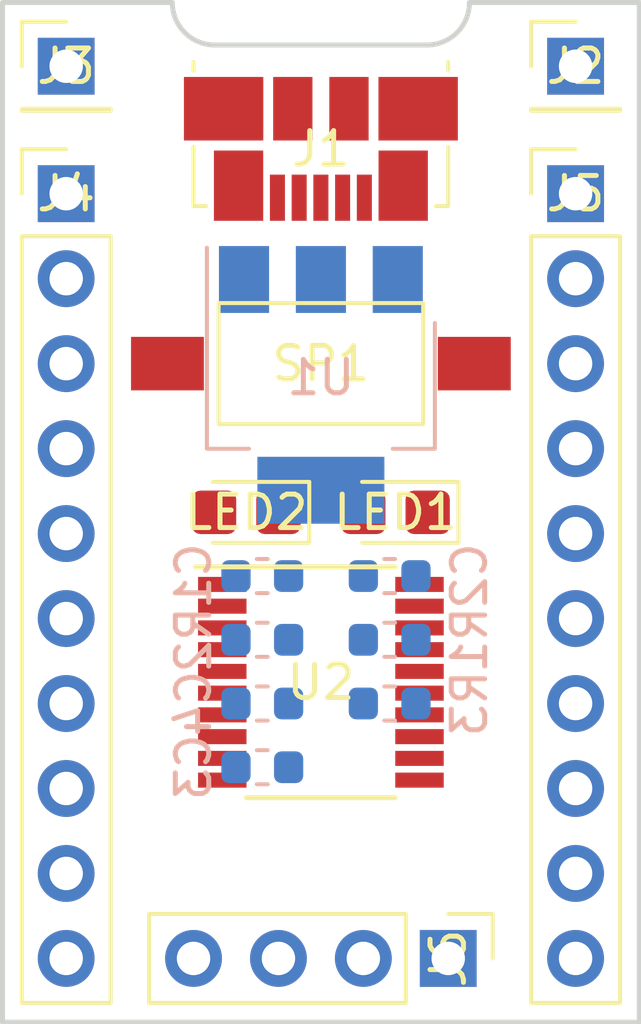
<source format=kicad_pcb>
(kicad_pcb (version 20171130) (host pcbnew 5.0.2+dfsg1-1)

  (general
    (thickness 1.6)
    (drawings 8)
    (tracks 0)
    (zones 0)
    (modules 18)
    (nets 25)
  )

  (page A4)
  (layers
    (0 F.Cu signal)
    (31 B.Cu signal)
    (32 B.Adhes user hide)
    (33 F.Adhes user hide)
    (34 B.Paste user hide)
    (35 F.Paste user hide)
    (36 B.SilkS user)
    (37 F.SilkS user)
    (38 B.Mask user hide)
    (39 F.Mask user hide)
    (40 Dwgs.User user hide)
    (41 Cmts.User user hide)
    (42 Eco1.User user hide)
    (43 Eco2.User user hide)
    (44 Edge.Cuts user)
    (45 Margin user)
    (46 B.CrtYd user hide)
    (47 F.CrtYd user hide)
    (48 B.Fab user hide)
    (49 F.Fab user hide)
  )

  (setup
    (last_trace_width 0.25)
    (trace_clearance 0.2)
    (zone_clearance 0.508)
    (zone_45_only no)
    (trace_min 0.2)
    (segment_width 0.2)
    (edge_width 0.15)
    (via_size 0.8)
    (via_drill 0.4)
    (via_min_size 0.4)
    (via_min_drill 0.3)
    (uvia_size 0.3)
    (uvia_drill 0.1)
    (uvias_allowed no)
    (uvia_min_size 0.2)
    (uvia_min_drill 0.1)
    (pcb_text_width 0.3)
    (pcb_text_size 1.5 1.5)
    (mod_edge_width 0.15)
    (mod_text_size 1 1)
    (mod_text_width 0.15)
    (pad_size 1.524 1.524)
    (pad_drill 0.762)
    (pad_to_mask_clearance 0.051)
    (solder_mask_min_width 0.25)
    (aux_axis_origin 0 0)
    (visible_elements FFFFF77F)
    (pcbplotparams
      (layerselection 0x010fc_ffffffff)
      (usegerberextensions false)
      (usegerberattributes false)
      (usegerberadvancedattributes false)
      (creategerberjobfile false)
      (excludeedgelayer true)
      (linewidth 0.100000)
      (plotframeref false)
      (viasonmask false)
      (mode 1)
      (useauxorigin false)
      (hpglpennumber 1)
      (hpglpenspeed 20)
      (hpglpendiameter 15.000000)
      (psnegative false)
      (psa4output false)
      (plotreference true)
      (plotvalue true)
      (plotinvisibletext false)
      (padsonsilk false)
      (subtractmaskfromsilk false)
      (outputformat 1)
      (mirror false)
      (drillshape 1)
      (scaleselection 1)
      (outputdirectory ""))
  )

  (net 0 "")
  (net 1 +5V)
  (net 2 GND)
  (net 3 +3V3)
  (net 4 "Net-(C3-Pad1)")
  (net 5 NRST)
  (net 6 "Net-(J1-Pad6)")
  (net 7 D4)
  (net 8 D5)
  (net 9 D6)
  (net 10 A1)
  (net 11 A2)
  (net 12 A3)
  (net 13 B5)
  (net 14 B4)
  (net 15 C3)
  (net 16 C4)
  (net 17 C5)
  (net 18 C6)
  (net 19 C7)
  (net 20 D1)
  (net 21 D2)
  (net 22 D3)
  (net 23 "Net-(LED1-Pad2)")
  (net 24 "Net-(LED2-Pad2)")

  (net_class Default "This is the default net class."
    (clearance 0.2)
    (trace_width 0.25)
    (via_dia 0.8)
    (via_drill 0.4)
    (uvia_dia 0.3)
    (uvia_drill 0.1)
    (add_net +3V3)
    (add_net +5V)
    (add_net A1)
    (add_net A2)
    (add_net A3)
    (add_net B4)
    (add_net B5)
    (add_net C3)
    (add_net C4)
    (add_net C5)
    (add_net C6)
    (add_net C7)
    (add_net D1)
    (add_net D2)
    (add_net D3)
    (add_net D4)
    (add_net D5)
    (add_net D6)
    (add_net GND)
    (add_net NRST)
    (add_net "Net-(C3-Pad1)")
    (add_net "Net-(J1-Pad6)")
    (add_net "Net-(LED1-Pad2)")
    (add_net "Net-(LED2-Pad2)")
  )

  (module Capacitor_SMD:C_0603_1608Metric (layer B.Cu) (tedit 5B301BBE) (tstamp 5D89B216)
    (at 56.6675 62.23)
    (descr "Capacitor SMD 0603 (1608 Metric), square (rectangular) end terminal, IPC_7351 nominal, (Body size source: http://www.tortai-tech.com/upload/download/2011102023233369053.pdf), generated with kicad-footprint-generator")
    (tags capacitor)
    (path /5D7733B7)
    (attr smd)
    (fp_text reference C1 (at -2.0575 0 90) (layer B.SilkS)
      (effects (font (size 1 1) (thickness 0.15)) (justify mirror))
    )
    (fp_text value 100n (at 0 -1.43) (layer B.Fab)
      (effects (font (size 1 1) (thickness 0.15)) (justify mirror))
    )
    (fp_line (start -0.8 -0.4) (end -0.8 0.4) (layer B.Fab) (width 0.1))
    (fp_line (start -0.8 0.4) (end 0.8 0.4) (layer B.Fab) (width 0.1))
    (fp_line (start 0.8 0.4) (end 0.8 -0.4) (layer B.Fab) (width 0.1))
    (fp_line (start 0.8 -0.4) (end -0.8 -0.4) (layer B.Fab) (width 0.1))
    (fp_line (start -0.162779 0.51) (end 0.162779 0.51) (layer B.SilkS) (width 0.12))
    (fp_line (start -0.162779 -0.51) (end 0.162779 -0.51) (layer B.SilkS) (width 0.12))
    (fp_line (start -1.48 -0.73) (end -1.48 0.73) (layer B.CrtYd) (width 0.05))
    (fp_line (start -1.48 0.73) (end 1.48 0.73) (layer B.CrtYd) (width 0.05))
    (fp_line (start 1.48 0.73) (end 1.48 -0.73) (layer B.CrtYd) (width 0.05))
    (fp_line (start 1.48 -0.73) (end -1.48 -0.73) (layer B.CrtYd) (width 0.05))
    (fp_text user %R (at 0 0) (layer B.Fab)
      (effects (font (size 0.4 0.4) (thickness 0.06)) (justify mirror))
    )
    (pad 1 smd roundrect (at -0.7875 0) (size 0.875 0.95) (layers B.Cu B.Paste B.Mask) (roundrect_rratio 0.25)
      (net 1 +5V))
    (pad 2 smd roundrect (at 0.7875 0) (size 0.875 0.95) (layers B.Cu B.Paste B.Mask) (roundrect_rratio 0.25)
      (net 2 GND))
    (model ${KISYS3DMOD}/Capacitor_SMD.3dshapes/C_0603_1608Metric.wrl
      (at (xyz 0 0 0))
      (scale (xyz 1 1 1))
      (rotate (xyz 0 0 0))
    )
  )

  (module Capacitor_SMD:C_0603_1608Metric (layer B.Cu) (tedit 5B301BBE) (tstamp 5D89C7F2)
    (at 60.4775 62.23)
    (descr "Capacitor SMD 0603 (1608 Metric), square (rectangular) end terminal, IPC_7351 nominal, (Body size source: http://www.tortai-tech.com/upload/download/2011102023233369053.pdf), generated with kicad-footprint-generator")
    (tags capacitor)
    (path /5D777201)
    (attr smd)
    (fp_text reference C2 (at 2.3875 0 90) (layer B.SilkS)
      (effects (font (size 1 1) (thickness 0.15)) (justify mirror))
    )
    (fp_text value 100n (at 0 -1.43) (layer B.Fab)
      (effects (font (size 1 1) (thickness 0.15)) (justify mirror))
    )
    (fp_text user %R (at 0 0) (layer B.Fab)
      (effects (font (size 0.4 0.4) (thickness 0.06)) (justify mirror))
    )
    (fp_line (start 1.48 -0.73) (end -1.48 -0.73) (layer B.CrtYd) (width 0.05))
    (fp_line (start 1.48 0.73) (end 1.48 -0.73) (layer B.CrtYd) (width 0.05))
    (fp_line (start -1.48 0.73) (end 1.48 0.73) (layer B.CrtYd) (width 0.05))
    (fp_line (start -1.48 -0.73) (end -1.48 0.73) (layer B.CrtYd) (width 0.05))
    (fp_line (start -0.162779 -0.51) (end 0.162779 -0.51) (layer B.SilkS) (width 0.12))
    (fp_line (start -0.162779 0.51) (end 0.162779 0.51) (layer B.SilkS) (width 0.12))
    (fp_line (start 0.8 -0.4) (end -0.8 -0.4) (layer B.Fab) (width 0.1))
    (fp_line (start 0.8 0.4) (end 0.8 -0.4) (layer B.Fab) (width 0.1))
    (fp_line (start -0.8 0.4) (end 0.8 0.4) (layer B.Fab) (width 0.1))
    (fp_line (start -0.8 -0.4) (end -0.8 0.4) (layer B.Fab) (width 0.1))
    (pad 2 smd roundrect (at 0.7875 0) (size 0.875 0.95) (layers B.Cu B.Paste B.Mask) (roundrect_rratio 0.25)
      (net 2 GND))
    (pad 1 smd roundrect (at -0.7875 0) (size 0.875 0.95) (layers B.Cu B.Paste B.Mask) (roundrect_rratio 0.25)
      (net 3 +3V3))
    (model ${KISYS3DMOD}/Capacitor_SMD.3dshapes/C_0603_1608Metric.wrl
      (at (xyz 0 0 0))
      (scale (xyz 1 1 1))
      (rotate (xyz 0 0 0))
    )
  )

  (module Capacitor_SMD:C_0603_1608Metric (layer B.Cu) (tedit 5B301BBE) (tstamp 5D89B238)
    (at 56.6675 67.945)
    (descr "Capacitor SMD 0603 (1608 Metric), square (rectangular) end terminal, IPC_7351 nominal, (Body size source: http://www.tortai-tech.com/upload/download/2011102023233369053.pdf), generated with kicad-footprint-generator")
    (tags capacitor)
    (path /5D7690DD)
    (attr smd)
    (fp_text reference C3 (at -2.0575 0 90) (layer B.SilkS)
      (effects (font (size 1 1) (thickness 0.15)) (justify mirror))
    )
    (fp_text value 1000n (at 0 -1.43) (layer B.Fab)
      (effects (font (size 1 1) (thickness 0.15)) (justify mirror))
    )
    (fp_text user %R (at 0 0) (layer B.Fab)
      (effects (font (size 0.4 0.4) (thickness 0.06)) (justify mirror))
    )
    (fp_line (start 1.48 -0.73) (end -1.48 -0.73) (layer B.CrtYd) (width 0.05))
    (fp_line (start 1.48 0.73) (end 1.48 -0.73) (layer B.CrtYd) (width 0.05))
    (fp_line (start -1.48 0.73) (end 1.48 0.73) (layer B.CrtYd) (width 0.05))
    (fp_line (start -1.48 -0.73) (end -1.48 0.73) (layer B.CrtYd) (width 0.05))
    (fp_line (start -0.162779 -0.51) (end 0.162779 -0.51) (layer B.SilkS) (width 0.12))
    (fp_line (start -0.162779 0.51) (end 0.162779 0.51) (layer B.SilkS) (width 0.12))
    (fp_line (start 0.8 -0.4) (end -0.8 -0.4) (layer B.Fab) (width 0.1))
    (fp_line (start 0.8 0.4) (end 0.8 -0.4) (layer B.Fab) (width 0.1))
    (fp_line (start -0.8 0.4) (end 0.8 0.4) (layer B.Fab) (width 0.1))
    (fp_line (start -0.8 -0.4) (end -0.8 0.4) (layer B.Fab) (width 0.1))
    (pad 2 smd roundrect (at 0.7875 0) (size 0.875 0.95) (layers B.Cu B.Paste B.Mask) (roundrect_rratio 0.25)
      (net 2 GND))
    (pad 1 smd roundrect (at -0.7875 0) (size 0.875 0.95) (layers B.Cu B.Paste B.Mask) (roundrect_rratio 0.25)
      (net 4 "Net-(C3-Pad1)"))
    (model ${KISYS3DMOD}/Capacitor_SMD.3dshapes/C_0603_1608Metric.wrl
      (at (xyz 0 0 0))
      (scale (xyz 1 1 1))
      (rotate (xyz 0 0 0))
    )
  )

  (module Capacitor_SMD:C_0603_1608Metric (layer B.Cu) (tedit 5B301BBE) (tstamp 5D89C7C2)
    (at 56.6675 66.04)
    (descr "Capacitor SMD 0603 (1608 Metric), square (rectangular) end terminal, IPC_7351 nominal, (Body size source: http://www.tortai-tech.com/upload/download/2011102023233369053.pdf), generated with kicad-footprint-generator")
    (tags capacitor)
    (path /5D76B374)
    (attr smd)
    (fp_text reference C4 (at -2.0575 0 90) (layer B.SilkS)
      (effects (font (size 1 1) (thickness 0.15)) (justify mirror))
    )
    (fp_text value 100n (at 0 -1.43) (layer B.Fab)
      (effects (font (size 1 1) (thickness 0.15)) (justify mirror))
    )
    (fp_line (start -0.8 -0.4) (end -0.8 0.4) (layer B.Fab) (width 0.1))
    (fp_line (start -0.8 0.4) (end 0.8 0.4) (layer B.Fab) (width 0.1))
    (fp_line (start 0.8 0.4) (end 0.8 -0.4) (layer B.Fab) (width 0.1))
    (fp_line (start 0.8 -0.4) (end -0.8 -0.4) (layer B.Fab) (width 0.1))
    (fp_line (start -0.162779 0.51) (end 0.162779 0.51) (layer B.SilkS) (width 0.12))
    (fp_line (start -0.162779 -0.51) (end 0.162779 -0.51) (layer B.SilkS) (width 0.12))
    (fp_line (start -1.48 -0.73) (end -1.48 0.73) (layer B.CrtYd) (width 0.05))
    (fp_line (start -1.48 0.73) (end 1.48 0.73) (layer B.CrtYd) (width 0.05))
    (fp_line (start 1.48 0.73) (end 1.48 -0.73) (layer B.CrtYd) (width 0.05))
    (fp_line (start 1.48 -0.73) (end -1.48 -0.73) (layer B.CrtYd) (width 0.05))
    (fp_text user %R (at 0 0) (layer B.Fab)
      (effects (font (size 0.4 0.4) (thickness 0.06)) (justify mirror))
    )
    (pad 1 smd roundrect (at -0.7875 0) (size 0.875 0.95) (layers B.Cu B.Paste B.Mask) (roundrect_rratio 0.25)
      (net 5 NRST))
    (pad 2 smd roundrect (at 0.7875 0) (size 0.875 0.95) (layers B.Cu B.Paste B.Mask) (roundrect_rratio 0.25)
      (net 2 GND))
    (model ${KISYS3DMOD}/Capacitor_SMD.3dshapes/C_0603_1608Metric.wrl
      (at (xyz 0 0 0))
      (scale (xyz 1 1 1))
      (rotate (xyz 0 0 0))
    )
  )

  (module Connector_USB:USB_Micro-B_Molex_47346-0001 (layer F.Cu) (tedit 5A1DC0BD) (tstamp 5D89B269)
    (at 58.42 49.46 180)
    (descr "Micro USB B receptable with flange, bottom-mount, SMD, right-angle (http://www.molex.com/pdm_docs/sd/473460001_sd.pdf)")
    (tags "Micro B USB SMD")
    (path /5D786F4C)
    (attr smd)
    (fp_text reference J1 (at 0 0) (layer F.SilkS)
      (effects (font (size 1 1) (thickness 0.15)))
    )
    (fp_text value USB_B_Micro (at 0 4.6) (layer F.Fab)
      (effects (font (size 1 1) (thickness 0.15)))
    )
    (fp_text user "PCB Edge" (at 0 2.67) (layer Dwgs.User)
      (effects (font (size 0.4 0.4) (thickness 0.04)))
    )
    (fp_text user %R (at 0 1.2 180) (layer F.Fab)
      (effects (font (size 1 1) (thickness 0.15)))
    )
    (fp_line (start 3.81 -1.71) (end 3.43 -1.71) (layer F.SilkS) (width 0.12))
    (fp_line (start 4.6 3.9) (end -4.6 3.9) (layer F.CrtYd) (width 0.05))
    (fp_line (start 4.6 -2.7) (end 4.6 3.9) (layer F.CrtYd) (width 0.05))
    (fp_line (start -4.6 -2.7) (end 4.6 -2.7) (layer F.CrtYd) (width 0.05))
    (fp_line (start -4.6 3.9) (end -4.6 -2.7) (layer F.CrtYd) (width 0.05))
    (fp_line (start 3.75 3.35) (end -3.75 3.35) (layer F.Fab) (width 0.1))
    (fp_line (start 3.75 -1.65) (end 3.75 3.35) (layer F.Fab) (width 0.1))
    (fp_line (start -3.75 -1.65) (end 3.75 -1.65) (layer F.Fab) (width 0.1))
    (fp_line (start -3.75 3.35) (end -3.75 -1.65) (layer F.Fab) (width 0.1))
    (fp_line (start 3.81 2.34) (end 3.81 2.6) (layer F.SilkS) (width 0.12))
    (fp_line (start 3.81 -1.71) (end 3.81 0.06) (layer F.SilkS) (width 0.12))
    (fp_line (start -3.81 -1.71) (end -3.43 -1.71) (layer F.SilkS) (width 0.12))
    (fp_line (start -3.81 0.06) (end -3.81 -1.71) (layer F.SilkS) (width 0.12))
    (fp_line (start -3.81 2.6) (end -3.81 2.34) (layer F.SilkS) (width 0.12))
    (fp_line (start -3.25 2.65) (end 3.25 2.65) (layer F.Fab) (width 0.1))
    (pad 1 smd rect (at -1.3 -1.46 180) (size 0.45 1.38) (layers F.Cu F.Paste F.Mask)
      (net 1 +5V))
    (pad 2 smd rect (at -0.65 -1.46 180) (size 0.45 1.38) (layers F.Cu F.Paste F.Mask))
    (pad 3 smd rect (at 0 -1.46 180) (size 0.45 1.38) (layers F.Cu F.Paste F.Mask))
    (pad 4 smd rect (at 0.65 -1.46 180) (size 0.45 1.38) (layers F.Cu F.Paste F.Mask))
    (pad 5 smd rect (at 1.3 -1.46 180) (size 0.45 1.38) (layers F.Cu F.Paste F.Mask)
      (net 2 GND))
    (pad 6 smd rect (at -2.4625 -1.1 180) (size 1.475 2.1) (layers F.Cu F.Paste F.Mask)
      (net 6 "Net-(J1-Pad6)"))
    (pad 6 smd rect (at 2.4625 -1.1 180) (size 1.475 2.1) (layers F.Cu F.Paste F.Mask)
      (net 6 "Net-(J1-Pad6)"))
    (pad 6 smd rect (at -2.91 1.2 180) (size 2.375 1.9) (layers F.Cu F.Paste F.Mask)
      (net 6 "Net-(J1-Pad6)"))
    (pad 6 smd rect (at 2.91 1.2 180) (size 2.375 1.9) (layers F.Cu F.Paste F.Mask)
      (net 6 "Net-(J1-Pad6)"))
    (pad 6 smd rect (at -0.84 1.2 180) (size 1.175 1.9) (layers F.Cu F.Paste F.Mask)
      (net 6 "Net-(J1-Pad6)"))
    (pad 6 smd rect (at 0.84 1.2 180) (size 1.175 1.9) (layers F.Cu F.Paste F.Mask)
      (net 6 "Net-(J1-Pad6)"))
    (model ${KISYS3DMOD}/Connector_USB.3dshapes/USB_Micro-B_Molex_47346-0001.wrl
      (at (xyz 0 0 0))
      (scale (xyz 1 1 1))
      (rotate (xyz 0 0 0))
    )
  )

  (module Connector_PinHeader_2.54mm:PinHeader_1x01_P2.54mm_Vertical (layer F.Cu) (tedit 59FED5CC) (tstamp 5D89B27E)
    (at 66.04 46.99)
    (descr "Through hole straight pin header, 1x01, 2.54mm pitch, single row")
    (tags "Through hole pin header THT 1x01 2.54mm single row")
    (path /5D78DCF9)
    (fp_text reference J2 (at 0 0) (layer F.SilkS)
      (effects (font (size 1 1) (thickness 0.15)))
    )
    (fp_text value + (at 0 2.33) (layer F.Fab)
      (effects (font (size 1 1) (thickness 0.15)))
    )
    (fp_text user %R (at 0 0 90) (layer F.Fab)
      (effects (font (size 1 1) (thickness 0.15)))
    )
    (fp_line (start 1.8 -1.8) (end -1.8 -1.8) (layer F.CrtYd) (width 0.05))
    (fp_line (start 1.8 1.8) (end 1.8 -1.8) (layer F.CrtYd) (width 0.05))
    (fp_line (start -1.8 1.8) (end 1.8 1.8) (layer F.CrtYd) (width 0.05))
    (fp_line (start -1.8 -1.8) (end -1.8 1.8) (layer F.CrtYd) (width 0.05))
    (fp_line (start -1.33 -1.33) (end 0 -1.33) (layer F.SilkS) (width 0.12))
    (fp_line (start -1.33 0) (end -1.33 -1.33) (layer F.SilkS) (width 0.12))
    (fp_line (start -1.33 1.27) (end 1.33 1.27) (layer F.SilkS) (width 0.12))
    (fp_line (start 1.33 1.27) (end 1.33 1.33) (layer F.SilkS) (width 0.12))
    (fp_line (start -1.33 1.27) (end -1.33 1.33) (layer F.SilkS) (width 0.12))
    (fp_line (start -1.33 1.33) (end 1.33 1.33) (layer F.SilkS) (width 0.12))
    (fp_line (start -1.27 -0.635) (end -0.635 -1.27) (layer F.Fab) (width 0.1))
    (fp_line (start -1.27 1.27) (end -1.27 -0.635) (layer F.Fab) (width 0.1))
    (fp_line (start 1.27 1.27) (end -1.27 1.27) (layer F.Fab) (width 0.1))
    (fp_line (start 1.27 -1.27) (end 1.27 1.27) (layer F.Fab) (width 0.1))
    (fp_line (start -0.635 -1.27) (end 1.27 -1.27) (layer F.Fab) (width 0.1))
    (pad 1 thru_hole rect (at 0 0) (size 1.7 1.7) (drill 1) (layers *.Cu *.Mask)
      (net 1 +5V))
    (model ${KISYS3DMOD}/Connector_PinHeader_2.54mm.3dshapes/PinHeader_1x01_P2.54mm_Vertical.wrl
      (at (xyz 0 0 0))
      (scale (xyz 1 1 1))
      (rotate (xyz 0 0 0))
    )
  )

  (module Connector_PinHeader_2.54mm:PinHeader_1x01_P2.54mm_Vertical (layer F.Cu) (tedit 59FED5CC) (tstamp 5D89B293)
    (at 50.8 46.99)
    (descr "Through hole straight pin header, 1x01, 2.54mm pitch, single row")
    (tags "Through hole pin header THT 1x01 2.54mm single row")
    (path /5D78DF12)
    (fp_text reference J3 (at 0 0) (layer F.SilkS)
      (effects (font (size 1 1) (thickness 0.15)))
    )
    (fp_text value - (at 0 2.33) (layer F.Fab)
      (effects (font (size 1 1) (thickness 0.15)))
    )
    (fp_line (start -0.635 -1.27) (end 1.27 -1.27) (layer F.Fab) (width 0.1))
    (fp_line (start 1.27 -1.27) (end 1.27 1.27) (layer F.Fab) (width 0.1))
    (fp_line (start 1.27 1.27) (end -1.27 1.27) (layer F.Fab) (width 0.1))
    (fp_line (start -1.27 1.27) (end -1.27 -0.635) (layer F.Fab) (width 0.1))
    (fp_line (start -1.27 -0.635) (end -0.635 -1.27) (layer F.Fab) (width 0.1))
    (fp_line (start -1.33 1.33) (end 1.33 1.33) (layer F.SilkS) (width 0.12))
    (fp_line (start -1.33 1.27) (end -1.33 1.33) (layer F.SilkS) (width 0.12))
    (fp_line (start 1.33 1.27) (end 1.33 1.33) (layer F.SilkS) (width 0.12))
    (fp_line (start -1.33 1.27) (end 1.33 1.27) (layer F.SilkS) (width 0.12))
    (fp_line (start -1.33 0) (end -1.33 -1.33) (layer F.SilkS) (width 0.12))
    (fp_line (start -1.33 -1.33) (end 0 -1.33) (layer F.SilkS) (width 0.12))
    (fp_line (start -1.8 -1.8) (end -1.8 1.8) (layer F.CrtYd) (width 0.05))
    (fp_line (start -1.8 1.8) (end 1.8 1.8) (layer F.CrtYd) (width 0.05))
    (fp_line (start 1.8 1.8) (end 1.8 -1.8) (layer F.CrtYd) (width 0.05))
    (fp_line (start 1.8 -1.8) (end -1.8 -1.8) (layer F.CrtYd) (width 0.05))
    (fp_text user %R (at 0 0 90) (layer F.Fab)
      (effects (font (size 1 1) (thickness 0.15)))
    )
    (pad 1 thru_hole rect (at 0 0) (size 1.7 1.7) (drill 1) (layers *.Cu *.Mask)
      (net 2 GND))
    (model ${KISYS3DMOD}/Connector_PinHeader_2.54mm.3dshapes/PinHeader_1x01_P2.54mm_Vertical.wrl
      (at (xyz 0 0 0))
      (scale (xyz 1 1 1))
      (rotate (xyz 0 0 0))
    )
  )

  (module Connector_PinHeader_2.54mm:PinHeader_1x10_P2.54mm_Vertical (layer F.Cu) (tedit 59FED5CC) (tstamp 5D89BF9C)
    (at 50.8 50.8)
    (descr "Through hole straight pin header, 1x10, 2.54mm pitch, single row")
    (tags "Through hole pin header THT 1x10 2.54mm single row")
    (path /5D754EBC)
    (fp_text reference J4 (at 0 0) (layer F.SilkS)
      (effects (font (size 1 1) (thickness 0.15)))
    )
    (fp_text value Conn_01x10 (at 0 25.19) (layer F.Fab)
      (effects (font (size 1 1) (thickness 0.15)))
    )
    (fp_line (start -0.635 -1.27) (end 1.27 -1.27) (layer F.Fab) (width 0.1))
    (fp_line (start 1.27 -1.27) (end 1.27 24.13) (layer F.Fab) (width 0.1))
    (fp_line (start 1.27 24.13) (end -1.27 24.13) (layer F.Fab) (width 0.1))
    (fp_line (start -1.27 24.13) (end -1.27 -0.635) (layer F.Fab) (width 0.1))
    (fp_line (start -1.27 -0.635) (end -0.635 -1.27) (layer F.Fab) (width 0.1))
    (fp_line (start -1.33 24.19) (end 1.33 24.19) (layer F.SilkS) (width 0.12))
    (fp_line (start -1.33 1.27) (end -1.33 24.19) (layer F.SilkS) (width 0.12))
    (fp_line (start 1.33 1.27) (end 1.33 24.19) (layer F.SilkS) (width 0.12))
    (fp_line (start -1.33 1.27) (end 1.33 1.27) (layer F.SilkS) (width 0.12))
    (fp_line (start -1.33 0) (end -1.33 -1.33) (layer F.SilkS) (width 0.12))
    (fp_line (start -1.33 -1.33) (end 0 -1.33) (layer F.SilkS) (width 0.12))
    (fp_line (start -1.8 -1.8) (end -1.8 24.65) (layer F.CrtYd) (width 0.05))
    (fp_line (start -1.8 24.65) (end 1.8 24.65) (layer F.CrtYd) (width 0.05))
    (fp_line (start 1.8 24.65) (end 1.8 -1.8) (layer F.CrtYd) (width 0.05))
    (fp_line (start 1.8 -1.8) (end -1.8 -1.8) (layer F.CrtYd) (width 0.05))
    (fp_text user %R (at 0 11.43 90) (layer F.Fab)
      (effects (font (size 1 1) (thickness 0.15)))
    )
    (pad 1 thru_hole rect (at 0 0) (size 1.7 1.7) (drill 1) (layers *.Cu *.Mask)
      (net 7 D4))
    (pad 2 thru_hole oval (at 0 2.54) (size 1.7 1.7) (drill 1) (layers *.Cu *.Mask)
      (net 8 D5))
    (pad 3 thru_hole oval (at 0 5.08) (size 1.7 1.7) (drill 1) (layers *.Cu *.Mask)
      (net 9 D6))
    (pad 4 thru_hole oval (at 0 7.62) (size 1.7 1.7) (drill 1) (layers *.Cu *.Mask)
      (net 5 NRST))
    (pad 5 thru_hole oval (at 0 10.16) (size 1.7 1.7) (drill 1) (layers *.Cu *.Mask)
      (net 10 A1))
    (pad 6 thru_hole oval (at 0 12.7) (size 1.7 1.7) (drill 1) (layers *.Cu *.Mask)
      (net 11 A2))
    (pad 7 thru_hole oval (at 0 15.24) (size 1.7 1.7) (drill 1) (layers *.Cu *.Mask)
      (net 2 GND))
    (pad 8 thru_hole oval (at 0 17.78) (size 1.7 1.7) (drill 1) (layers *.Cu *.Mask)
      (net 1 +5V))
    (pad 9 thru_hole oval (at 0 20.32) (size 1.7 1.7) (drill 1) (layers *.Cu *.Mask)
      (net 3 +3V3))
    (pad 10 thru_hole oval (at 0 22.86) (size 1.7 1.7) (drill 1) (layers *.Cu *.Mask)
      (net 12 A3))
    (model ${KISYS3DMOD}/Connector_PinHeader_2.54mm.3dshapes/PinHeader_1x10_P2.54mm_Vertical.wrl
      (at (xyz 0 0 0))
      (scale (xyz 1 1 1))
      (rotate (xyz 0 0 0))
    )
  )

  (module Connector_PinHeader_2.54mm:PinHeader_1x10_P2.54mm_Vertical (layer F.Cu) (tedit 59FED5CC) (tstamp 5D89B2CF)
    (at 66.04 50.8)
    (descr "Through hole straight pin header, 1x10, 2.54mm pitch, single row")
    (tags "Through hole pin header THT 1x10 2.54mm single row")
    (path /5D754F26)
    (fp_text reference J5 (at 0 0) (layer F.SilkS)
      (effects (font (size 1 1) (thickness 0.15)))
    )
    (fp_text value Conn_01x10 (at 0 25.19) (layer F.Fab)
      (effects (font (size 1 1) (thickness 0.15)))
    )
    (fp_text user %R (at 0 11.43 90) (layer F.Fab)
      (effects (font (size 1 1) (thickness 0.15)))
    )
    (fp_line (start 1.8 -1.8) (end -1.8 -1.8) (layer F.CrtYd) (width 0.05))
    (fp_line (start 1.8 24.65) (end 1.8 -1.8) (layer F.CrtYd) (width 0.05))
    (fp_line (start -1.8 24.65) (end 1.8 24.65) (layer F.CrtYd) (width 0.05))
    (fp_line (start -1.8 -1.8) (end -1.8 24.65) (layer F.CrtYd) (width 0.05))
    (fp_line (start -1.33 -1.33) (end 0 -1.33) (layer F.SilkS) (width 0.12))
    (fp_line (start -1.33 0) (end -1.33 -1.33) (layer F.SilkS) (width 0.12))
    (fp_line (start -1.33 1.27) (end 1.33 1.27) (layer F.SilkS) (width 0.12))
    (fp_line (start 1.33 1.27) (end 1.33 24.19) (layer F.SilkS) (width 0.12))
    (fp_line (start -1.33 1.27) (end -1.33 24.19) (layer F.SilkS) (width 0.12))
    (fp_line (start -1.33 24.19) (end 1.33 24.19) (layer F.SilkS) (width 0.12))
    (fp_line (start -1.27 -0.635) (end -0.635 -1.27) (layer F.Fab) (width 0.1))
    (fp_line (start -1.27 24.13) (end -1.27 -0.635) (layer F.Fab) (width 0.1))
    (fp_line (start 1.27 24.13) (end -1.27 24.13) (layer F.Fab) (width 0.1))
    (fp_line (start 1.27 -1.27) (end 1.27 24.13) (layer F.Fab) (width 0.1))
    (fp_line (start -0.635 -1.27) (end 1.27 -1.27) (layer F.Fab) (width 0.1))
    (pad 10 thru_hole oval (at 0 22.86) (size 1.7 1.7) (drill 1) (layers *.Cu *.Mask)
      (net 13 B5))
    (pad 9 thru_hole oval (at 0 20.32) (size 1.7 1.7) (drill 1) (layers *.Cu *.Mask)
      (net 14 B4))
    (pad 8 thru_hole oval (at 0 17.78) (size 1.7 1.7) (drill 1) (layers *.Cu *.Mask)
      (net 15 C3))
    (pad 7 thru_hole oval (at 0 15.24) (size 1.7 1.7) (drill 1) (layers *.Cu *.Mask)
      (net 16 C4))
    (pad 6 thru_hole oval (at 0 12.7) (size 1.7 1.7) (drill 1) (layers *.Cu *.Mask)
      (net 17 C5))
    (pad 5 thru_hole oval (at 0 10.16) (size 1.7 1.7) (drill 1) (layers *.Cu *.Mask)
      (net 18 C6))
    (pad 4 thru_hole oval (at 0 7.62) (size 1.7 1.7) (drill 1) (layers *.Cu *.Mask)
      (net 19 C7))
    (pad 3 thru_hole oval (at 0 5.08) (size 1.7 1.7) (drill 1) (layers *.Cu *.Mask)
      (net 20 D1))
    (pad 2 thru_hole oval (at 0 2.54) (size 1.7 1.7) (drill 1) (layers *.Cu *.Mask)
      (net 21 D2))
    (pad 1 thru_hole rect (at 0 0) (size 1.7 1.7) (drill 1) (layers *.Cu *.Mask)
      (net 22 D3))
    (model ${KISYS3DMOD}/Connector_PinHeader_2.54mm.3dshapes/PinHeader_1x10_P2.54mm_Vertical.wrl
      (at (xyz 0 0 0))
      (scale (xyz 1 1 1))
      (rotate (xyz 0 0 0))
    )
  )

  (module Connector_PinHeader_2.54mm:PinHeader_1x04_P2.54mm_Vertical (layer F.Cu) (tedit 59FED5CC) (tstamp 5D89B2E7)
    (at 62.23 73.66 270)
    (descr "Through hole straight pin header, 1x04, 2.54mm pitch, single row")
    (tags "Through hole pin header THT 1x04 2.54mm single row")
    (path /5D75767F)
    (fp_text reference J6 (at 0 0 270) (layer F.SilkS)
      (effects (font (size 1 1) (thickness 0.15)))
    )
    (fp_text value Conn_01x04 (at 0 9.95 270) (layer F.Fab)
      (effects (font (size 1 1) (thickness 0.15)))
    )
    (fp_line (start -0.635 -1.27) (end 1.27 -1.27) (layer F.Fab) (width 0.1))
    (fp_line (start 1.27 -1.27) (end 1.27 8.89) (layer F.Fab) (width 0.1))
    (fp_line (start 1.27 8.89) (end -1.27 8.89) (layer F.Fab) (width 0.1))
    (fp_line (start -1.27 8.89) (end -1.27 -0.635) (layer F.Fab) (width 0.1))
    (fp_line (start -1.27 -0.635) (end -0.635 -1.27) (layer F.Fab) (width 0.1))
    (fp_line (start -1.33 8.95) (end 1.33 8.95) (layer F.SilkS) (width 0.12))
    (fp_line (start -1.33 1.27) (end -1.33 8.95) (layer F.SilkS) (width 0.12))
    (fp_line (start 1.33 1.27) (end 1.33 8.95) (layer F.SilkS) (width 0.12))
    (fp_line (start -1.33 1.27) (end 1.33 1.27) (layer F.SilkS) (width 0.12))
    (fp_line (start -1.33 0) (end -1.33 -1.33) (layer F.SilkS) (width 0.12))
    (fp_line (start -1.33 -1.33) (end 0 -1.33) (layer F.SilkS) (width 0.12))
    (fp_line (start -1.8 -1.8) (end -1.8 9.4) (layer F.CrtYd) (width 0.05))
    (fp_line (start -1.8 9.4) (end 1.8 9.4) (layer F.CrtYd) (width 0.05))
    (fp_line (start 1.8 9.4) (end 1.8 -1.8) (layer F.CrtYd) (width 0.05))
    (fp_line (start 1.8 -1.8) (end -1.8 -1.8) (layer F.CrtYd) (width 0.05))
    (fp_text user %R (at 0 3.81) (layer F.Fab)
      (effects (font (size 1 1) (thickness 0.15)))
    )
    (pad 1 thru_hole rect (at 0 0 270) (size 1.7 1.7) (drill 1) (layers *.Cu *.Mask)
      (net 3 +3V3))
    (pad 2 thru_hole oval (at 0 2.54 270) (size 1.7 1.7) (drill 1) (layers *.Cu *.Mask)
      (net 20 D1))
    (pad 3 thru_hole oval (at 0 5.08 270) (size 1.7 1.7) (drill 1) (layers *.Cu *.Mask)
      (net 2 GND))
    (pad 4 thru_hole oval (at 0 7.62 270) (size 1.7 1.7) (drill 1) (layers *.Cu *.Mask)
      (net 5 NRST))
    (model ${KISYS3DMOD}/Connector_PinHeader_2.54mm.3dshapes/PinHeader_1x04_P2.54mm_Vertical.wrl
      (at (xyz 0 0 0))
      (scale (xyz 1 1 1))
      (rotate (xyz 0 0 0))
    )
  )

  (module LED_SMD:LED_0805_2012Metric_Castellated (layer F.Cu) (tedit 5B36C52C) (tstamp 5D89B2FA)
    (at 60.6525 60.325 180)
    (descr "LED SMD 0805 (2012 Metric), castellated end terminal, IPC_7351 nominal, (Body size source: https://docs.google.com/spreadsheets/d/1BsfQQcO9C6DZCsRaXUlFlo91Tg2WpOkGARC1WS5S8t0/edit?usp=sharing), generated with kicad-footprint-generator")
    (tags "LED castellated")
    (path /5D764027)
    (attr smd)
    (fp_text reference LED1 (at 0 0 180) (layer F.SilkS)
      (effects (font (size 1 1) (thickness 0.15)))
    )
    (fp_text value TEST (at 0 1.6 180) (layer F.Fab)
      (effects (font (size 1 1) (thickness 0.15)))
    )
    (fp_text user %R (at 0 0 180) (layer F.Fab)
      (effects (font (size 0.5 0.5) (thickness 0.08)))
    )
    (fp_line (start 1.88 0.9) (end -1.88 0.9) (layer F.CrtYd) (width 0.05))
    (fp_line (start 1.88 -0.9) (end 1.88 0.9) (layer F.CrtYd) (width 0.05))
    (fp_line (start -1.88 -0.9) (end 1.88 -0.9) (layer F.CrtYd) (width 0.05))
    (fp_line (start -1.88 0.9) (end -1.88 -0.9) (layer F.CrtYd) (width 0.05))
    (fp_line (start -1.885 0.91) (end 1 0.91) (layer F.SilkS) (width 0.12))
    (fp_line (start -1.885 -0.91) (end -1.885 0.91) (layer F.SilkS) (width 0.12))
    (fp_line (start 1 -0.91) (end -1.885 -0.91) (layer F.SilkS) (width 0.12))
    (fp_line (start 1 0.6) (end 1 -0.6) (layer F.Fab) (width 0.1))
    (fp_line (start -1 0.6) (end 1 0.6) (layer F.Fab) (width 0.1))
    (fp_line (start -1 -0.3) (end -1 0.6) (layer F.Fab) (width 0.1))
    (fp_line (start -0.7 -0.6) (end -1 -0.3) (layer F.Fab) (width 0.1))
    (fp_line (start 1 -0.6) (end -0.7 -0.6) (layer F.Fab) (width 0.1))
    (pad 2 smd roundrect (at 0.9625 0 180) (size 1.325 1.3) (layers F.Cu F.Paste F.Mask) (roundrect_rratio 0.192308)
      (net 23 "Net-(LED1-Pad2)"))
    (pad 1 smd roundrect (at -0.9625 0 180) (size 1.325 1.3) (layers F.Cu F.Paste F.Mask) (roundrect_rratio 0.192308)
      (net 13 B5))
    (model ${KISYS3DMOD}/LED_SMD.3dshapes/LED_0805_2012Metric_Castellated.wrl
      (at (xyz 0 0 0))
      (scale (xyz 1 1 1))
      (rotate (xyz 0 0 0))
    )
  )

  (module LED_SMD:LED_0805_2012Metric_Castellated (layer F.Cu) (tedit 5B36C52C) (tstamp 5D89B30D)
    (at 56.1875 60.325 180)
    (descr "LED SMD 0805 (2012 Metric), castellated end terminal, IPC_7351 nominal, (Body size source: https://docs.google.com/spreadsheets/d/1BsfQQcO9C6DZCsRaXUlFlo91Tg2WpOkGARC1WS5S8t0/edit?usp=sharing), generated with kicad-footprint-generator")
    (tags "LED castellated")
    (path /5D759E0C)
    (attr smd)
    (fp_text reference LED2 (at 0 0 180) (layer F.SilkS)
      (effects (font (size 1 1) (thickness 0.15)))
    )
    (fp_text value PWR (at 0 1.6 180) (layer F.Fab)
      (effects (font (size 1 1) (thickness 0.15)))
    )
    (fp_line (start 1 -0.6) (end -0.7 -0.6) (layer F.Fab) (width 0.1))
    (fp_line (start -0.7 -0.6) (end -1 -0.3) (layer F.Fab) (width 0.1))
    (fp_line (start -1 -0.3) (end -1 0.6) (layer F.Fab) (width 0.1))
    (fp_line (start -1 0.6) (end 1 0.6) (layer F.Fab) (width 0.1))
    (fp_line (start 1 0.6) (end 1 -0.6) (layer F.Fab) (width 0.1))
    (fp_line (start 1 -0.91) (end -1.885 -0.91) (layer F.SilkS) (width 0.12))
    (fp_line (start -1.885 -0.91) (end -1.885 0.91) (layer F.SilkS) (width 0.12))
    (fp_line (start -1.885 0.91) (end 1 0.91) (layer F.SilkS) (width 0.12))
    (fp_line (start -1.88 0.9) (end -1.88 -0.9) (layer F.CrtYd) (width 0.05))
    (fp_line (start -1.88 -0.9) (end 1.88 -0.9) (layer F.CrtYd) (width 0.05))
    (fp_line (start 1.88 -0.9) (end 1.88 0.9) (layer F.CrtYd) (width 0.05))
    (fp_line (start 1.88 0.9) (end -1.88 0.9) (layer F.CrtYd) (width 0.05))
    (fp_text user %R (at 0 0 180) (layer F.Fab)
      (effects (font (size 0.5 0.5) (thickness 0.08)))
    )
    (pad 1 smd roundrect (at -0.9625 0 180) (size 1.325 1.3) (layers F.Cu F.Paste F.Mask) (roundrect_rratio 0.192308)
      (net 2 GND))
    (pad 2 smd roundrect (at 0.9625 0 180) (size 1.325 1.3) (layers F.Cu F.Paste F.Mask) (roundrect_rratio 0.192308)
      (net 24 "Net-(LED2-Pad2)"))
    (model ${KISYS3DMOD}/LED_SMD.3dshapes/LED_0805_2012Metric_Castellated.wrl
      (at (xyz 0 0 0))
      (scale (xyz 1 1 1))
      (rotate (xyz 0 0 0))
    )
  )

  (module Resistor_SMD:R_0603_1608Metric (layer B.Cu) (tedit 5B301BBD) (tstamp 5D89B31E)
    (at 60.4775 64.135)
    (descr "Resistor SMD 0603 (1608 Metric), square (rectangular) end terminal, IPC_7351 nominal, (Body size source: http://www.tortai-tech.com/upload/download/2011102023233369053.pdf), generated with kicad-footprint-generator")
    (tags resistor)
    (path /5D7660CF)
    (attr smd)
    (fp_text reference R1 (at 2.3875 0 270) (layer B.SilkS)
      (effects (font (size 1 1) (thickness 0.15)) (justify mirror))
    )
    (fp_text value 1k8 (at 0 -1.43) (layer B.Fab)
      (effects (font (size 1 1) (thickness 0.15)) (justify mirror))
    )
    (fp_text user %R (at 0 0) (layer B.Fab)
      (effects (font (size 0.4 0.4) (thickness 0.06)) (justify mirror))
    )
    (fp_line (start 1.48 -0.73) (end -1.48 -0.73) (layer B.CrtYd) (width 0.05))
    (fp_line (start 1.48 0.73) (end 1.48 -0.73) (layer B.CrtYd) (width 0.05))
    (fp_line (start -1.48 0.73) (end 1.48 0.73) (layer B.CrtYd) (width 0.05))
    (fp_line (start -1.48 -0.73) (end -1.48 0.73) (layer B.CrtYd) (width 0.05))
    (fp_line (start -0.162779 -0.51) (end 0.162779 -0.51) (layer B.SilkS) (width 0.12))
    (fp_line (start -0.162779 0.51) (end 0.162779 0.51) (layer B.SilkS) (width 0.12))
    (fp_line (start 0.8 -0.4) (end -0.8 -0.4) (layer B.Fab) (width 0.1))
    (fp_line (start 0.8 0.4) (end 0.8 -0.4) (layer B.Fab) (width 0.1))
    (fp_line (start -0.8 0.4) (end 0.8 0.4) (layer B.Fab) (width 0.1))
    (fp_line (start -0.8 -0.4) (end -0.8 0.4) (layer B.Fab) (width 0.1))
    (pad 2 smd roundrect (at 0.7875 0) (size 0.875 0.95) (layers B.Cu B.Paste B.Mask) (roundrect_rratio 0.25)
      (net 23 "Net-(LED1-Pad2)"))
    (pad 1 smd roundrect (at -0.7875 0) (size 0.875 0.95) (layers B.Cu B.Paste B.Mask) (roundrect_rratio 0.25)
      (net 3 +3V3))
    (model ${KISYS3DMOD}/Resistor_SMD.3dshapes/R_0603_1608Metric.wrl
      (at (xyz 0 0 0))
      (scale (xyz 1 1 1))
      (rotate (xyz 0 0 0))
    )
  )

  (module Resistor_SMD:R_0603_1608Metric (layer B.Cu) (tedit 5B301BBD) (tstamp 5D89B32F)
    (at 56.6675 64.135)
    (descr "Resistor SMD 0603 (1608 Metric), square (rectangular) end terminal, IPC_7351 nominal, (Body size source: http://www.tortai-tech.com/upload/download/2011102023233369053.pdf), generated with kicad-footprint-generator")
    (tags resistor)
    (path /5D75A068)
    (attr smd)
    (fp_text reference R2 (at -2.0575 0 90) (layer B.SilkS)
      (effects (font (size 1 1) (thickness 0.15)) (justify mirror))
    )
    (fp_text value 1k8 (at 0 -1.43) (layer B.Fab)
      (effects (font (size 1 1) (thickness 0.15)) (justify mirror))
    )
    (fp_line (start -0.8 -0.4) (end -0.8 0.4) (layer B.Fab) (width 0.1))
    (fp_line (start -0.8 0.4) (end 0.8 0.4) (layer B.Fab) (width 0.1))
    (fp_line (start 0.8 0.4) (end 0.8 -0.4) (layer B.Fab) (width 0.1))
    (fp_line (start 0.8 -0.4) (end -0.8 -0.4) (layer B.Fab) (width 0.1))
    (fp_line (start -0.162779 0.51) (end 0.162779 0.51) (layer B.SilkS) (width 0.12))
    (fp_line (start -0.162779 -0.51) (end 0.162779 -0.51) (layer B.SilkS) (width 0.12))
    (fp_line (start -1.48 -0.73) (end -1.48 0.73) (layer B.CrtYd) (width 0.05))
    (fp_line (start -1.48 0.73) (end 1.48 0.73) (layer B.CrtYd) (width 0.05))
    (fp_line (start 1.48 0.73) (end 1.48 -0.73) (layer B.CrtYd) (width 0.05))
    (fp_line (start 1.48 -0.73) (end -1.48 -0.73) (layer B.CrtYd) (width 0.05))
    (fp_text user %R (at 0 0) (layer B.Fab)
      (effects (font (size 0.4 0.4) (thickness 0.06)) (justify mirror))
    )
    (pad 1 smd roundrect (at -0.7875 0) (size 0.875 0.95) (layers B.Cu B.Paste B.Mask) (roundrect_rratio 0.25)
      (net 3 +3V3))
    (pad 2 smd roundrect (at 0.7875 0) (size 0.875 0.95) (layers B.Cu B.Paste B.Mask) (roundrect_rratio 0.25)
      (net 24 "Net-(LED2-Pad2)"))
    (model ${KISYS3DMOD}/Resistor_SMD.3dshapes/R_0603_1608Metric.wrl
      (at (xyz 0 0 0))
      (scale (xyz 1 1 1))
      (rotate (xyz 0 0 0))
    )
  )

  (module Resistor_SMD:R_0603_1608Metric (layer B.Cu) (tedit 5B301BBD) (tstamp 5D89C833)
    (at 60.4775 66.04)
    (descr "Resistor SMD 0603 (1608 Metric), square (rectangular) end terminal, IPC_7351 nominal, (Body size source: http://www.tortai-tech.com/upload/download/2011102023233369053.pdf), generated with kicad-footprint-generator")
    (tags resistor)
    (path /5D76E9BE)
    (attr smd)
    (fp_text reference R3 (at 2.3875 0 90) (layer B.SilkS)
      (effects (font (size 1 1) (thickness 0.15)) (justify mirror))
    )
    (fp_text value 1k8 (at 0 -1.43) (layer B.Fab)
      (effects (font (size 1 1) (thickness 0.15)) (justify mirror))
    )
    (fp_line (start -0.8 -0.4) (end -0.8 0.4) (layer B.Fab) (width 0.1))
    (fp_line (start -0.8 0.4) (end 0.8 0.4) (layer B.Fab) (width 0.1))
    (fp_line (start 0.8 0.4) (end 0.8 -0.4) (layer B.Fab) (width 0.1))
    (fp_line (start 0.8 -0.4) (end -0.8 -0.4) (layer B.Fab) (width 0.1))
    (fp_line (start -0.162779 0.51) (end 0.162779 0.51) (layer B.SilkS) (width 0.12))
    (fp_line (start -0.162779 -0.51) (end 0.162779 -0.51) (layer B.SilkS) (width 0.12))
    (fp_line (start -1.48 -0.73) (end -1.48 0.73) (layer B.CrtYd) (width 0.05))
    (fp_line (start -1.48 0.73) (end 1.48 0.73) (layer B.CrtYd) (width 0.05))
    (fp_line (start 1.48 0.73) (end 1.48 -0.73) (layer B.CrtYd) (width 0.05))
    (fp_line (start 1.48 -0.73) (end -1.48 -0.73) (layer B.CrtYd) (width 0.05))
    (fp_text user %R (at 0 0) (layer B.Fab)
      (effects (font (size 0.4 0.4) (thickness 0.06)) (justify mirror))
    )
    (pad 1 smd roundrect (at -0.7875 0) (size 0.875 0.95) (layers B.Cu B.Paste B.Mask) (roundrect_rratio 0.25)
      (net 3 +3V3))
    (pad 2 smd roundrect (at 0.7875 0) (size 0.875 0.95) (layers B.Cu B.Paste B.Mask) (roundrect_rratio 0.25)
      (net 5 NRST))
    (model ${KISYS3DMOD}/Resistor_SMD.3dshapes/R_0603_1608Metric.wrl
      (at (xyz 0 0 0))
      (scale (xyz 1 1 1))
      (rotate (xyz 0 0 0))
    )
  )

  (module Button_Switch_SMD:SW_SPST_FSMSM (layer F.Cu) (tedit 5A02FC95) (tstamp 5D89B35B)
    (at 58.42 55.88 180)
    (descr http://www.te.com/commerce/DocumentDelivery/DDEController?Action=srchrtrv&DocNm=1437566-3&DocType=Customer+Drawing&DocLang=English)
    (tags "SPST button tactile switch")
    (path /5D7617D9)
    (attr smd)
    (fp_text reference SP1 (at 0 0 180) (layer F.SilkS)
      (effects (font (size 1 1) (thickness 0.15)))
    )
    (fp_text value RST (at 0 3 180) (layer F.Fab)
      (effects (font (size 1 1) (thickness 0.15)))
    )
    (fp_text user %R (at 0 -2.6 180) (layer F.Fab)
      (effects (font (size 1 1) (thickness 0.15)))
    )
    (fp_line (start -1.75 -1) (end 1.75 -1) (layer F.Fab) (width 0.1))
    (fp_line (start 1.75 -1) (end 1.75 1) (layer F.Fab) (width 0.1))
    (fp_line (start 1.75 1) (end -1.75 1) (layer F.Fab) (width 0.1))
    (fp_line (start -1.75 1) (end -1.75 -1) (layer F.Fab) (width 0.1))
    (fp_line (start -3.06 -1.81) (end 3.06 -1.81) (layer F.SilkS) (width 0.12))
    (fp_line (start 3.06 -1.81) (end 3.06 1.81) (layer F.SilkS) (width 0.12))
    (fp_line (start 3.06 1.81) (end -3.06 1.81) (layer F.SilkS) (width 0.12))
    (fp_line (start -3.06 1.81) (end -3.06 -1.81) (layer F.SilkS) (width 0.12))
    (fp_line (start -1.5 0.8) (end 1.5 0.8) (layer F.Fab) (width 0.1))
    (fp_line (start -1.5 -0.8) (end 1.5 -0.8) (layer F.Fab) (width 0.1))
    (fp_line (start 1.5 -0.8) (end 1.5 0.8) (layer F.Fab) (width 0.1))
    (fp_line (start -1.5 -0.8) (end -1.5 0.8) (layer F.Fab) (width 0.1))
    (fp_line (start -5.95 2) (end 5.95 2) (layer F.CrtYd) (width 0.05))
    (fp_line (start 5.95 -2) (end 5.95 2) (layer F.CrtYd) (width 0.05))
    (fp_line (start -3 1.75) (end 3 1.75) (layer F.Fab) (width 0.1))
    (fp_line (start -3 -1.75) (end 3 -1.75) (layer F.Fab) (width 0.1))
    (fp_line (start -3 -1.75) (end -3 1.75) (layer F.Fab) (width 0.1))
    (fp_line (start 3 -1.75) (end 3 1.75) (layer F.Fab) (width 0.1))
    (fp_line (start -5.95 -2) (end -5.95 2) (layer F.CrtYd) (width 0.05))
    (fp_line (start -5.95 -2) (end 5.95 -2) (layer F.CrtYd) (width 0.05))
    (pad 1 smd rect (at -4.59 0 180) (size 2.18 1.6) (layers F.Cu F.Paste F.Mask)
      (net 5 NRST))
    (pad 2 smd rect (at 4.59 0 180) (size 2.18 1.6) (layers F.Cu F.Paste F.Mask)
      (net 2 GND))
    (model ${KISYS3DMOD}/Button_Switch_SMD.3dshapes/SW_SPST_FSMSM.wrl
      (at (xyz 0 0 0))
      (scale (xyz 1 1 1))
      (rotate (xyz 0 0 0))
    )
  )

  (module Package_TO_SOT_SMD:SOT-223-3_TabPin2 (layer B.Cu) (tedit 5A02FF57) (tstamp 5D89B371)
    (at 58.42 56.515 270)
    (descr "module CMS SOT223 4 pins")
    (tags "CMS SOT")
    (path /5D76FD16)
    (attr smd)
    (fp_text reference U1 (at -0.218801 0) (layer B.SilkS)
      (effects (font (size 1 1) (thickness 0.15)) (justify mirror))
    )
    (fp_text value AMS1117-3.3 (at 0 -4.5 270) (layer B.Fab)
      (effects (font (size 1 1) (thickness 0.15)) (justify mirror))
    )
    (fp_text user %R (at 0 0 180) (layer B.Fab)
      (effects (font (size 0.8 0.8) (thickness 0.12)) (justify mirror))
    )
    (fp_line (start 1.91 -3.41) (end 1.91 -2.15) (layer B.SilkS) (width 0.12))
    (fp_line (start 1.91 3.41) (end 1.91 2.15) (layer B.SilkS) (width 0.12))
    (fp_line (start 4.4 3.6) (end -4.4 3.6) (layer B.CrtYd) (width 0.05))
    (fp_line (start 4.4 -3.6) (end 4.4 3.6) (layer B.CrtYd) (width 0.05))
    (fp_line (start -4.4 -3.6) (end 4.4 -3.6) (layer B.CrtYd) (width 0.05))
    (fp_line (start -4.4 3.6) (end -4.4 -3.6) (layer B.CrtYd) (width 0.05))
    (fp_line (start -1.85 2.35) (end -0.85 3.35) (layer B.Fab) (width 0.1))
    (fp_line (start -1.85 2.35) (end -1.85 -3.35) (layer B.Fab) (width 0.1))
    (fp_line (start -1.85 -3.41) (end 1.91 -3.41) (layer B.SilkS) (width 0.12))
    (fp_line (start -0.85 3.35) (end 1.85 3.35) (layer B.Fab) (width 0.1))
    (fp_line (start -4.1 3.41) (end 1.91 3.41) (layer B.SilkS) (width 0.12))
    (fp_line (start -1.85 -3.35) (end 1.85 -3.35) (layer B.Fab) (width 0.1))
    (fp_line (start 1.85 3.35) (end 1.85 -3.35) (layer B.Fab) (width 0.1))
    (pad 2 smd rect (at 3.15 0 270) (size 2 3.8) (layers B.Cu B.Paste B.Mask)
      (net 3 +3V3))
    (pad 2 smd rect (at -3.15 0 270) (size 2 1.5) (layers B.Cu B.Paste B.Mask)
      (net 3 +3V3))
    (pad 3 smd rect (at -3.15 -2.3 270) (size 2 1.5) (layers B.Cu B.Paste B.Mask)
      (net 1 +5V))
    (pad 1 smd rect (at -3.15 2.3 270) (size 2 1.5) (layers B.Cu B.Paste B.Mask)
      (net 2 GND))
    (model ${KISYS3DMOD}/Package_TO_SOT_SMD.3dshapes/SOT-223.wrl
      (at (xyz 0 0 0))
      (scale (xyz 1 1 1))
      (rotate (xyz 0 0 0))
    )
  )

  (module Package_SO:TSSOP-20_4.4x6.5mm_P0.65mm (layer F.Cu) (tedit 5A02F25C) (tstamp 5D89C660)
    (at 58.42 65.405)
    (descr "20-Lead Plastic Thin Shrink Small Outline (ST)-4.4 mm Body [TSSOP] (see Microchip Packaging Specification 00000049BS.pdf)")
    (tags "SSOP 0.65")
    (path /5D753AF2)
    (attr smd)
    (fp_text reference U2 (at 0 0) (layer F.SilkS)
      (effects (font (size 1 1) (thickness 0.15)))
    )
    (fp_text value STM8S003F3P (at 0 4.3) (layer F.Fab)
      (effects (font (size 1 1) (thickness 0.15)))
    )
    (fp_line (start -1.2 -3.25) (end 2.2 -3.25) (layer F.Fab) (width 0.15))
    (fp_line (start 2.2 -3.25) (end 2.2 3.25) (layer F.Fab) (width 0.15))
    (fp_line (start 2.2 3.25) (end -2.2 3.25) (layer F.Fab) (width 0.15))
    (fp_line (start -2.2 3.25) (end -2.2 -2.25) (layer F.Fab) (width 0.15))
    (fp_line (start -2.2 -2.25) (end -1.2 -3.25) (layer F.Fab) (width 0.15))
    (fp_line (start -3.95 -3.55) (end -3.95 3.55) (layer F.CrtYd) (width 0.05))
    (fp_line (start 3.95 -3.55) (end 3.95 3.55) (layer F.CrtYd) (width 0.05))
    (fp_line (start -3.95 -3.55) (end 3.95 -3.55) (layer F.CrtYd) (width 0.05))
    (fp_line (start -3.95 3.55) (end 3.95 3.55) (layer F.CrtYd) (width 0.05))
    (fp_line (start -2.225 3.45) (end 2.225 3.45) (layer F.SilkS) (width 0.15))
    (fp_line (start -3.75 -3.45) (end 2.225 -3.45) (layer F.SilkS) (width 0.15))
    (fp_text user %R (at 0 0) (layer F.Fab)
      (effects (font (size 0.8 0.8) (thickness 0.15)))
    )
    (pad 1 smd rect (at -2.95 -2.925) (size 1.45 0.45) (layers F.Cu F.Paste F.Mask)
      (net 7 D4))
    (pad 2 smd rect (at -2.95 -2.275) (size 1.45 0.45) (layers F.Cu F.Paste F.Mask)
      (net 8 D5))
    (pad 3 smd rect (at -2.95 -1.625) (size 1.45 0.45) (layers F.Cu F.Paste F.Mask)
      (net 9 D6))
    (pad 4 smd rect (at -2.95 -0.975) (size 1.45 0.45) (layers F.Cu F.Paste F.Mask)
      (net 5 NRST))
    (pad 5 smd rect (at -2.95 -0.325) (size 1.45 0.45) (layers F.Cu F.Paste F.Mask)
      (net 10 A1))
    (pad 6 smd rect (at -2.95 0.325) (size 1.45 0.45) (layers F.Cu F.Paste F.Mask)
      (net 11 A2))
    (pad 7 smd rect (at -2.95 0.975) (size 1.45 0.45) (layers F.Cu F.Paste F.Mask)
      (net 2 GND))
    (pad 8 smd rect (at -2.95 1.625) (size 1.45 0.45) (layers F.Cu F.Paste F.Mask)
      (net 4 "Net-(C3-Pad1)"))
    (pad 9 smd rect (at -2.95 2.275) (size 1.45 0.45) (layers F.Cu F.Paste F.Mask)
      (net 3 +3V3))
    (pad 10 smd rect (at -2.95 2.925) (size 1.45 0.45) (layers F.Cu F.Paste F.Mask)
      (net 12 A3))
    (pad 11 smd rect (at 2.95 2.925) (size 1.45 0.45) (layers F.Cu F.Paste F.Mask)
      (net 13 B5))
    (pad 12 smd rect (at 2.95 2.275) (size 1.45 0.45) (layers F.Cu F.Paste F.Mask)
      (net 14 B4))
    (pad 13 smd rect (at 2.95 1.625) (size 1.45 0.45) (layers F.Cu F.Paste F.Mask)
      (net 15 C3))
    (pad 14 smd rect (at 2.95 0.975) (size 1.45 0.45) (layers F.Cu F.Paste F.Mask)
      (net 16 C4))
    (pad 15 smd rect (at 2.95 0.325) (size 1.45 0.45) (layers F.Cu F.Paste F.Mask)
      (net 17 C5))
    (pad 16 smd rect (at 2.95 -0.325) (size 1.45 0.45) (layers F.Cu F.Paste F.Mask)
      (net 18 C6))
    (pad 17 smd rect (at 2.95 -0.975) (size 1.45 0.45) (layers F.Cu F.Paste F.Mask)
      (net 19 C7))
    (pad 18 smd rect (at 2.95 -1.625) (size 1.45 0.45) (layers F.Cu F.Paste F.Mask)
      (net 20 D1))
    (pad 19 smd rect (at 2.95 -2.275) (size 1.45 0.45) (layers F.Cu F.Paste F.Mask)
      (net 21 D2))
    (pad 20 smd rect (at 2.95 -2.925) (size 1.45 0.45) (layers F.Cu F.Paste F.Mask)
      (net 22 D3))
    (model ${KISYS3DMOD}/Package_SO.3dshapes/TSSOP-20_4.4x6.5mm_P0.65mm.wrl
      (at (xyz 0 0 0))
      (scale (xyz 1 1 1))
      (rotate (xyz 0 0 0))
    )
  )

  (gr_arc (start 61.595 45.085) (end 61.595 46.355) (angle -90) (layer Edge.Cuts) (width 0.15))
  (gr_arc (start 55.245 45.085) (end 53.975 45.085) (angle -90) (layer Edge.Cuts) (width 0.15))
  (gr_line (start 55.245 46.355) (end 61.595 46.355) (layer Edge.Cuts) (width 0.15))
  (gr_line (start 48.895 45.085) (end 53.975 45.085) (layer Edge.Cuts) (width 0.15))
  (gr_line (start 67.945 45.085) (end 62.865 45.085) (layer Edge.Cuts) (width 0.15))
  (gr_line (start 67.945 75.565) (end 67.945 45.085) (layer Edge.Cuts) (width 0.15))
  (gr_line (start 48.895 75.565) (end 67.945 75.565) (layer Edge.Cuts) (width 0.15))
  (gr_line (start 48.895 45.085) (end 48.895 75.565) (layer Edge.Cuts) (width 0.15))

)

</source>
